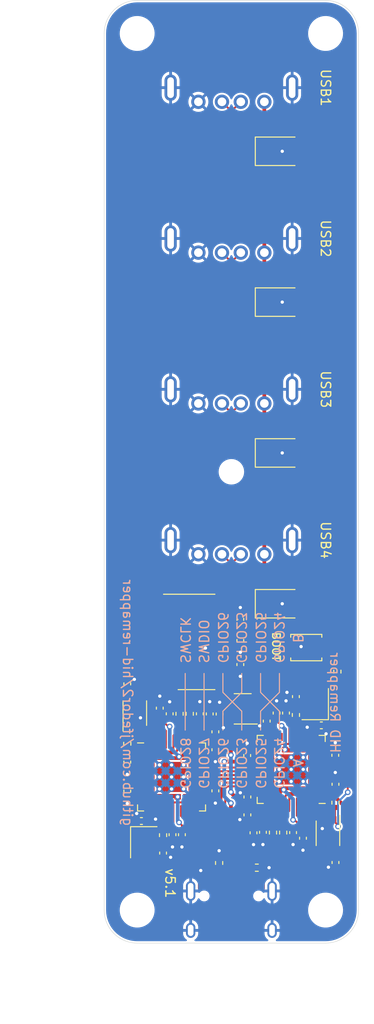
<source format=kicad_pcb>
(kicad_pcb (version 20221018) (generator pcbnew)
  (layers (0 "F.Cu" signal) (31 "B.Cu" signal) (34 "B.Paste" user) (35 "F.Paste" user) (36 "B.SilkS" user "B.Silkscreen") (37 "F.SilkS" user "F.Silkscreen") (38 "B.Mask" user) (39 "F.Mask" user) (44 "Edge.Cuts" user))
  (net 0 "")
  (net 1 "GND")
  (net 2 "+5V")
  (net 3 "D-")
  (net 4 "D+")
  (net 5 "+3V3")
  (net 6 "+1V1")
  (net 7 "Net-(U1-VDD33)")
  (net 8 "Net-(U1-VDD18)")
  (net 9 "XIN")
  (net 10 "XOUT")
  (net 11 "QSPI_SS")
  (net 12 "QSPI_SD3")
  (net 13 "QSPI_SCLK")
  (net 14 "QSPI_SD0")
  (net 15 "QSPI_SD2")
  (net 16 "QSPI_SD1")
  (net 17 "Net-(C19-Pad1)")
  (net 18 "Net-(U3-USB_DP)")
  (net 19 "Net-(U3-USB_DM)")
  (net 20 "GPIO0")
  (net 21 "GPIO1")
  (net 22 "Net-(USB101-CC2)")
  (net 23 "Net-(USB101-CC1)")
  (net 24 "Net-(U103-USB_DP)")
  (net 25 "Net-(U103-USB_DM)")
  (net 26 "DM4")
  (net 27 "DP4")
  (net 28 "DM3")
  (net 29 "DP3")
  (net 30 "DM2")
  (net 31 "DP2")
  (net 32 "SWCLK")
  (net 33 "SWD")
  (net 34 "DM1")
  (net 35 "DP1")
  (net 36 "1XIN")
  (net 37 "Net-(C119-Pad1)")
  (net 38 "1D+")
  (net 40 "1D-")
  (net 42 "1QSPI_SS")
  (net 43 "Net-(R106-Pad2)")
  (net 44 "1XOUT")
  (net 45 "GPIO4")
  (net 46 "GPIO5")
  (net 49 "1GPIO0")
  (net 50 "1GPIO1")
  (net 67 "RTS1CTS")
  (net 70 "CTS1RTS")
  (net 72 "1QSPI_SD3")
  (net 73 "1QSPI_SCLK")
  (net 74 "1QSPI_SD0")
  (net 75 "1QSPI_SD2")
  (net 76 "1QSPI_SD1")
  (net 79 "1GPIO4")
  (net 80 "1GPIO5")
  (net 88 "TX1RX")
  (net 89 "RX1TX")
  (net 95 "+1V2")
  (footprint "Capacitor_SMD:C_0402_1005Metric" (layer "F.Cu") (at 132.45 103.05)
    (fp_text reference "C18" hide)
    (fp_text value "15p")
  )
  (footprint "Capacitor_SMD:C_0402_1005Metric" (layer "F.Cu") (at 130.95 88.5 90)
    (fp_text reference "C17" hide)
    (fp_text value "100n")
  )
  (footprint "Capacitor_SMD:C_0402_1005Metric" (layer "F.Cu") (at 136.75 104.5 -90)
    (fp_text reference "C2" hide)
    (fp_text value "100n")
  )
  (footprint "Capacitor_SMD:C_0402_1005Metric" (layer "F.Cu") (at 140.3 95.4875 -90)
    (fp_text reference "C8" hide)
    (fp_text value "100n")
  )
  (footprint "Resistor_SMD:R_0402_1005Metric" (layer "F.Cu") (at 130.95 94.85 90)
    (fp_text reference "R5" hide)
    (fp_text value "10k")
  )
  (footprint "RP2040:RP2040-QFN-56" (layer "F.Cu") (at 135.65 98.375)
    (fp_text reference "U3" hide)
    (fp_text value "RP2040")
  )
  (footprint "Crystal:Crystal_SMD_2520-4Pin_2.5x2.0mm" (layer "F.Cu") (at 132.7 105.3 -90)
    (fp_text reference "Y1" hide)
    (fp_text value "Crystal_GND24")
  )
  (footprint "Capacitor_SMD:C_0402_1005Metric" (layer "F.Cu") (at 134.75 106.45 -90)
    (fp_text reference "C19" hide)
    (fp_text value "15p")
  )
  (footprint "Capacitor_SMD:C_0402_1005Metric" (layer "F.Cu") (at 130.95 99.875 -90)
    (fp_text reference "C6" hide)
    (fp_text value "100n")
  )
  (footprint "Capacitor_SMD:C_0402_1005Metric" (layer "F.Cu") (at 140.3 99.85 -90)
    (fp_text reference "C5" hide)
    (fp_text value "100n")
  )
  (footprint "Resistor_SMD:R_0402_1005Metric" (layer "F.Cu") (at 134.75 104.55 90)
    (fp_text reference "R7" hide)
    (fp_text value "1k")
  )
  (footprint "Capacitor_SMD:C_0402_1005Metric" (layer "F.Cu") (at 135.75 104.5 -90)
    (fp_text reference "C7" hide)
    (fp_text value "100n")
  )
  (footprint "Capacitor_SMD:C_0402_1005Metric" (layer "F.Cu") (at 130.95 96.8 -90)
    (fp_text reference "C4" hide)
    (fp_text value "100n")
  )
  (footprint "Capacitor_SMD:C_0402_1005Metric" (layer "F.Cu") (at 139.7 91.6875 90)
    (fp_text reference "C10" hide)
    (fp_text value "1u")
  )
  (footprint "Resistor_SMD:R_0402_1005Metric" (layer "F.Cu") (at 137.58 91.675 -90)
    (fp_text reference "R4" hide)
    (fp_text value "27")
  )
  (footprint "Capacitor_SMD:C_0402_1005Metric" (layer "F.Cu") (at 134.4 91.075 90)
    (fp_text reference "C1" hide)
    (fp_text value "100n")
  )
  (footprint "Resistor_SMD:R_0402_1005Metric" (layer "F.Cu") (at 136.5 91.675 -90)
    (fp_text reference "R3" hide)
    (fp_text value "27")
  )
  (footprint "Capacitor_SMD:C_0402_1005Metric" (layer "F.Cu") (at 135.45 91.675 90)
    (fp_text reference "C3" hide)
    (fp_text value "100n")
  )
  (footprint "SOT:SOT-23-5" (layer "F.Cu") (at 143.2 91.15)
    (fp_text reference "U4" hide)
    (fp_text value "TLV73333PDBV")
  )
  (footprint "Capacitor_SMD:C_0402_1005Metric" (layer "F.Cu") (at 140.75 91.7 90)
    (fp_text reference "C16" hide)
    (fp_text value "1u")
  )
  (footprint "Capacitor_SMD:C_0402_1005Metric" (layer "F.Cu") (at 145.75 92.45 -90)
    (fp_text reference "C15" hide)
    (fp_text value "1u")
  )
  (footprint "MountingHole:MountingHole_3.2mm_M3" (layer "F.Cu") (at 132 19.5)
    (fp_text reference "H1" hide)
    (fp_text value "MountingHole")
  )
  (footprint "Capacitor_SMD:C_0402_1005Metric" (layer "F.Cu") (at 138.65 91.675 90)
    (fp_text reference "C13" hide)
    (fp_text value "1u")
  )
  (footprint "Capacitor_SMD:C_0402_1005Metric" (layer "F.Cu") (at 140.3 93.5875 90)
    (fp_text reference "C9" hide)
    (fp_text value "100n")
  )
  (footprint "USON:8-USON" (layer "F.Cu") (at 131.75 91.6)
    (fp_text reference "U5" hide)
    (fp_text value "W25Q128JVS")
  )
  (footprint "MountingHole:MountingHole_3.2mm_M3" (layer "F.Cu") (at 132 112.5)
    (fp_text reference "H2" hide)
    (fp_text value "MountingHole")
  )
  (footprint "Resistor_SMD:R_0402_1005Metric" (layer "F.Cu") (at 153.25 87.2 90)
    (fp_text reference "R106" hide)
    (fp_text value "1k")
  )
  (footprint "MountingHole:MountingHole_3.2mm_M3" (layer "F.Cu") (at 152 112.5)
    (fp_text reference "H3" hide)
    (fp_text value "MountingHole")
  )
  (footprint "Capacitor_SMD:C_0402_1005Metric" (layer "F.Cu") (at 142.95 81.65 90)
    (fp_text reference "C206" hide)
    (fp_text value "10u")
  )
  (footprint "Capacitor_Tantalum_SMD:CP_EIA-3528-21_Kemet-B" (layer "F.Cu") (at 147 64)
    (fp_text reference "C203" hide)
    (fp_text value "100u")
  )
  (footprint "Capacitor_SMD:C_0402_1005Metric" (layer "F.Cu") (at 151.55 92.9 180)
    (fp_text reference "C118" hide)
    (fp_text value "15p")
  )
  (footprint "Capacitor_SMD:C_0402_1005Metric" (layer "F.Cu") (at 145.35 104.245 -90)
    (fp_text reference "C113" hide)
    (fp_text value "1u")
  )
  (footprint "Capacitor_Tantalum_SMD:CP_EIA-3528-21_Kemet-B" (layer "F.Cu") (at 147 32)
    (fp_text reference "C201" hide)
    (fp_text value "100u")
  )
  (footprint "Capacitor_SMD:C_0402_1005Metric" (layer "F.Cu") (at 149.6 104.875 -90)
    (fp_text reference "C101" hide)
    (fp_text value "100n")
  )
  (footprint "Capacitor_SMD:C_0402_1005Metric" (layer "F.Cu") (at 148.85 89.85 90)
    (fp_text reference "C119" hide)
    (fp_text value "15p")
  )
  (footprint "Resistor_SMD:R_0402_1005Metric" (layer "F.Cu") (at 146.42 104.275 90)
    (fp_text reference "R104" hide)
    (fp_text value "27")
  )
  (footprint "Capacitor_SMD:C_0402_1005Metric" (layer "F.Cu") (at 153.05 99.15 90)
    (fp_text reference "C104" hide)
    (fp_text value "100n")
  )
  (footprint "Capacitor_SMD:C_0402_1005Metric" (layer "F.Cu") (at 153.05 107.45 -90)
    (fp_text reference "C117" hide)
    (fp_text value "100n")
  )
  (footprint "Capacitor_Tantalum_SMD:CP_EIA-3528-21_Kemet-B" (layer "F.Cu") (at 147 48)
    (fp_text reference "C202" hide)
    (fp_text value "100u")
  )
  (footprint "SL2.1A:SOP-16_3.9x9.9mm_P1.27mm" (layer "F.Cu") (at 138.3 84.05 -90)
    (fp_text reference "U1" hide)
    (fp_text value "SL2.1A")
  )
  (footprint "Resistor_SMD:R_0402_1005Metric" (layer "F.Cu") (at 140.7 107.5 90)
    (fp_text reference "R102" hide)
    (fp_text value "5.1k")
  )
  (footprint "Capacitor_SMD:C_0402_1005Metric" (layer "F.Cu") (at 143.68 96.1 90)
    (fp_text reference "C105" hide)
    (fp_text value "100n")
  )
  (footprint "Capacitor_SMD:C_0402_1005Metric" (layer "F.Cu") (at 142.95 83.9 -90)
    (fp_text reference "C205" hide)
    (fp_text value "10u")
  )
  (footprint "Type-A:C2689978" (layer "F.Cu") (at 142 74 90)
    (fp_text reference "USB4")
    (fp_text value "USB_A")
  )
  (footprint "Type-C:HRO-TYPE-C-31-M-12-Assembly" (layer "F.Cu") (at 142 112.216)
    (fp_text reference "USB101" hide)
    (fp_text value "HRO-TYPE-C-31-M-12" hide)
  )
  (footprint "Capacitor_SMD:C_0402_1005Metric" (layer "F.Cu") (at 143.7 102.4 -90)
    (fp_text reference "C109" hide)
    (fp_text value "100n")
  )
  (footprint "Capacitor_SMD:C_0402_1005Metric" (layer "F.Cu") (at 142.95 86.45 -90)
    (fp_text reference "C207" hide)
    (fp_text value "10u")
  )
  (footprint "Capacitor_SMD:C_0402_1005Metric" (layer "F.Cu") (at 147.8 91.595 90)
    (fp_text reference "C107" hide)
    (fp_text value "100n")
  )
  (footprint "Capacitor_SMD:C_0402_1005Metric" (layer "F.Cu") (at 148.55 104.275 -90)
    (fp_text reference "C103" hide)
    (fp_text value "100n")
  )
  (footprint "Resistor_SMD:R_0402_1005Metric" (layer "F.Cu") (at 148.85 91.8 -90)
    (fp_text reference "R107" hide)
    (fp_text value "1k")
  )
  (footprint "Type-A:C2689978" (layer "F.Cu") (at 142 58 90)
    (fp_text reference "USB3")
    (fp_text value "USB_A")
  )
  (footprint "MountingHole:MountingHole_3.2mm_M3" (layer "F.Cu") (at 152 19.5)
    (fp_text reference "H4" hide)
    (fp_text value "MountingHole")
  )
  (footprint "Capacitor_Tantalum_SMD:CP_EIA-3528-21_Kemet-B" (layer "F.Cu") (at 147 80)
    (fp_text reference "C204" hide)
    (fp_text value "100u")
  )
  (footprint "Resistor_SMD:R_0402_1005Metric" (layer "F.Cu") (at 144.7 108)
    (fp_text reference "R101" hide)
    (fp_text value "5.1k")
  )
  (footprint "USON:8-USON" (layer "F.Cu") (at 152.25 104.35 180)
    (fp_text reference "U105" hide)
    (fp_text value "W25Q128JVS")
  )
  (footprint "Type-A:C2689978" (layer "F.Cu") (at 142 26 90)
    (fp_text reference "USB1")
    (fp_text value "USB_A")
  )
  (footprint "Capacitor_SMD:C_0402_1005Metric" (layer "F.Cu") (at 144.35 104.3 -90)
    (fp_text reference "C110" hide)
    (fp_text value "1u")
  )
  (footprint "Capacitor_SMD:C_0402_1005Metric" (layer "F.Cu") (at 153.03 96.075 90)
    (fp_text reference "C106" hide)
    (fp_text value "100n")
  )
  (footprint "Type-A:C2689978" (layer "F.Cu") (at 142 42 90)
    (fp_text reference "USB2")
    (fp_text value "USB_A")
  )
  (footprint "Capacitor_SMD:C_0402_1005Metric" (layer "F.Cu") (at 146.8 91.595 90)
    (fp_text reference "C102" hide)
    (fp_text value "100n")
  )
  (footprint "RP2040:RP2040-QFN-56" (layer "F.Cu") (at 148.35 97.575 180)
    (fp_text reference "U103" hide)
    (fp_text value "RP2040")
  )
  (footprint "Resistor_SMD:R_0402_1005Metric" (layer "F.Cu") (at 147.5 104.275 90)
    (fp_text reference "R103" hide)
    (fp_text value "27")
  )
  (footprint "Resistor_SMD:R_0402_1005Metric" (layer "F.Cu") (at 153.05 101.1 -90)
    (fp_text reference "R105" hide)
    (fp_text value "10k")
  )
  (footprint "MountingHole:MountingHole_2.2mm_M2" (layer "F.Cu") (at 142 66)
    (fp_text reference "H5" hide)
    (fp_text value "MountingHole")
  )
  (footprint "Crystal:Crystal_SMD_2520-4Pin_2.5x2.0mm" (layer "F.Cu") (at 150.9 90.65 90)
    (fp_text reference "Y101" hide)
    (fp_text value "Crystal_GND24")
  )
  (footprint "Button_Switch_SMD:SW_SPST_B3U-1000P" (layer "F.Cu") (at 149.95 84.65)
    (fp_text reference "SW102" hide)
    (fp_text value "SW_Push")
  )
  (footprint "Capacitor_SMD:C_0402_1005Metric" (layer "F.Cu") (at 143.7 100.5 90)
    (fp_text reference "C108" hide)
    (fp_text value "100n")
  )
  (gr_line (start 141.1 87.4) (end 141.1 89.4) (stroke (width 0.12)) (layer "B.SilkS"))
  (gr_line (start 145.1 89.4) (end 147.1 91.4) (stroke (width 0.12)) (layer "B.SilkS"))
  (gr_line (start 137.1 87.4) (end 137.1 93.4) (stroke (width 0.12)) (layer "B.SilkS"))
  (gr_line (start 147.1 91.4) (end 147.1 93.4) (stroke (width 0.12)) (layer "B.SilkS"))
  (gr_line (start 143.1 89.4) (end 141.1 91.4) (stroke (width 0.12)) (layer "B.SilkS"))
  (gr_line (start 147.1 87.4) (end 147.1 89.4) (stroke (width 0.12)) (layer "B.SilkS"))
  (gr_line (start 141.1 89.4) (end 143.1 91.4) (stroke (width 0.12)) (layer "B.SilkS"))
  (gr_line (start 147.1 89.4) (end 145.1 91.4) (stroke (width 0.12)) (layer "B.SilkS"))
  (gr_line (start 143.1 91.4) (end 143.1 93.4) (stroke (width 0.12)) (layer "B.SilkS"))
  (gr_line (start 141.1 91.4) (end 141.1 93.4) (stroke (width 0.12)) (layer "B.SilkS"))
  (gr_line (start 139.1 87.4) (end 139.1 93.4) (stroke (width 0.12)) (layer "B.SilkS"))
  (gr_line (start 143.1 87.4) (end 143.1 89.4) (stroke (width 0.12)) (layer "B.SilkS"))
  (gr_line (start 145.1 87.4) (end 145.1 89.4) (stroke (width 0.12)) (layer "B.SilkS"))
  (gr_line (start 145.1 91.4) (end 145.1 93.4) (stroke (width 0.12)) (layer "B.SilkS"))
  (gr_line (start 152 16) (end 132 16) (stroke (width 0.05)) (layer "Edge.Cuts"))
  (gr_line (start 155.5 112.5) (end 155.5 19.5) (stroke (width 0.05)) (layer "Edge.Cuts"))
  (gr_arc (start 155.5 112.5) (mid 154.474874 114.974874) (end 152 116) (stroke (width 0.05)) (layer "Edge.Cuts"))
  (gr_arc (start 152 16) (mid 154.474874 17.025126) (end 155.5 19.5) (stroke (width 0.05)) (layer "Edge.Cuts"))
  (gr_arc (start 128.5 19.5) (mid 129.525126 17.025126) (end 132 16) (stroke (width 0.05)) (layer "Edge.Cuts"))
  (gr_arc (start 132 116) (mid 129.525126 114.974874) (end 128.5 112.5) (stroke (width 0.05)) (layer "Edge.Cuts"))
  (gr_line (start 132 116) (end 152 116) (stroke (width 0.05)) (layer "Edge.Cuts"))
  (gr_line (start 128.5 19.5) (end 128.5 112.5) (stroke (width 0.05)) (layer "Edge.Cuts"))
  (gr_text "GPIO25" (at 145.1 86.4 -90) (layer "B.SilkS") (effects (font (size 1 1)) (justify left mirror)))
  (gr_text "SWCLK" (at 137.1 86.4 -90) (layer "B.SilkS") (effects (font (size 1 1)) (justify left mirror)))
  (gr_text "GPIO28" (at 137.1 94.1 -90) (layer "B.SilkS") (effects (font (size 1 1)) (justify right mirror)))
  (gr_text "GPIO24" (at 147.05 86.4 -90) (layer "B.SilkS") (effects (font (size 1 1)) (justify left mirror)))
  (gr_text "GPIO23" (at 143.05 86.4 -90) (layer "B.SilkS") (effects (font (size 1 1)) (justify left mirror)))
  (gr_text "GPIO25" (at 145.1 94.1 -90) (layer "B.SilkS") (effects (font (size 1 1)) (justify right mirror)))
  (gr_text "GPIO26" (at 141.1 94.1 -90) (layer "B.SilkS") (effects (font (size 1 1)) (justify right mirror)))
  (gr_text "B" (at 149.05 83.65 -90) (layer "B.SilkS") (effects (font (size 1 1)) (justify mirror)))
  (gr_text "HID Remapper" (at 153 90.5 270) (layer "B.SilkS") (effects (font (size 1 1)) (justify mirror)))
  (gr_text "A" (at 149.05 96.9 -90) (layer "B.SilkS") (effects (font (size 1 1)) (justify mirror)))
  (gr_text "SWDIO" (at 139.05 86.4 -90) (layer "B.SilkS") (effects (font (size 1 1)) (justify left mirror)))
  (gr_text "github.com/jfedor2/hid-remapper" (at 131 90.5 270) (layer "B.SilkS") (effects (font (size 1 1)) (justify mirror)))
  (gr_text "GPIO27" (at 139.05 94.1 -90) (layer "B.SilkS") (effects (font (size 1 1)) (justify right mirror)))
  (gr_text "GPIO23" (at 143.05 94.1 -90) (layer "B.SilkS") (effects (font (size 1 1)) (justify right mirror)))
  (gr_text "GPIO26" (at 141.1 86.4 -90) (layer "B.SilkS") (effects (font (size 1 1)) (justify left mirror)))
  (gr_text "GPIO24" (at 147.05 94.1 -90) (layer "B.SilkS") (effects (font (size 1 1)) (justify right mirror)))
  (gr_text "v5.1" (at 135.5 109.65 270) (layer "F.SilkS") (effects (font (size 1 1))))
  (gr_text "BOOT" (at 146.75 84.55 -90) (layer "F.SilkS") (effects (font (size 0.8 0.8))))
  (segment (start 148.85 89.37) (end 147.93 89.37) (width 0.4) (layer "F.Cu") (net 1))
  (segment (start 132.5 93.025) (end 132.5 92.25) (width 0.2) (layer "F.Cu") (net 1))
  (segment (start 132.600978 107.25) (end 134.43 107.25) (width 0.4) (layer "F.Cu") (net 1))
  (segment (start 134.75 106.93) (end 135.52 106.93) (width 0.4) (layer "F.Cu") (net 1))
  (segment (start 132.35 91.6) (end 132.35 92.1) (width 0.2) (layer "F.Cu") (net 1))
  (segment (start 140.8 84.685) (end 139.265 84.685) (width 0.4) (layer "F.Cu") (net 1))
  (segment (start 131.7 88.02) (end 130.95 88.02) (width 0.4) (layer "F.Cu") (net 1))
  (segment (start 134.65 102.344295) (end 134.65 101.8125) (width 0.2) (layer "F.Cu") (net 1))
  (segment (start 151.6 89.25) (end 151.05 88.7) (width 0.4) (layer "F.Cu") (net 1))
  (segment (start 132.5 92.25) (end 132.35 92.1) (width 0.2) (layer "F.Cu") (net 1))
  (segment (start 134.4 90.595) (end 134.4 89.8) (width 0.4) (layer "F.Cu") (net 1))
  (segment (start 141.1075 93.1075) (end 140.3 93.1075) (width 0.4) (layer "F.Cu") (net 1))
  (segment (start 143.674993 95.614993) (end 143.68 95.62) (width 0.4) (layer "F.Cu") (net 1))
  (segment (start 144.3 91.15) (end 144.25 91.2) (width 0.4) (layer "F.Cu") (net 1))
  (segment (start 149.855705 93.1) (end 149.35 93.605705) (width 0.2) (layer "F.Cu") (net 1))
  (segment (start 131.05 105.7) (end 131.525 106.175) (width 0.4) (layer "F.Cu") (net 1))
  (segment (start 152.55 92.38) (end 152.03 92.9) (width 0.4) (layer "F.Cu") (net 1))
  (segment (start 145.25 109.555) (end 145.25 108.04) (width 0.4) (layer "F.Cu") (net 1))
  (segment (start 145.25 108.04) (end 145.21 108) (width 0.4) (layer "F.Cu") (net 1))
  (segment (start 131.97 102.27) (end 131.95 102.25) (width 0.4) (layer "F.Cu") (net 1))
  (segment (start 143.68 102.9) (end 143.7 102.88) (width 0.4) (layer "F.Cu") (net 1))
  (segment (start 131.525 106.175) (end 132 106.175) (width 0.4) (layer "F.Cu") (net 1))
  (segment (start 151.6 89.950489) (end 150.2 91.350489) (width 0.2) (layer "F.Cu") (net 1))
  (segment (start 145.35 104.725) (end 145.35 105.545) (width 0.4) (layer "F.Cu") (net 1))
  (segment (start 150.05 93.1) (end 149.855705 93.1) (width 0.2) (layer "F.Cu") (net 1))
  (segment (start 151.875 89.775) (end 152.55 90.45) (width 0.4) (layer "F.Cu") (net 1))
  (segment (start 148.5375 80) (end 147.4 80) (width 0.4) (layer "F.Cu") (net 1))
  (segment (start 145.21 108) (end 146 108) (width 0.4) (layer "F.Cu") (net 1))
  (segment (start 152.03 93.78) (end 152.05 93.8) (width 0.4) (layer "F.Cu") (net 1))
  (segment (start 148.25 84.65) (end 148.355 84.545) (width 0.4) (layer "F.Cu") (net 1))
  (segment (start 152.03 92.9) (end 152.03 93.78) (width 0.4) (layer "F.Cu") (net 1))
  (segment (start 145 92.95) (end 145.02 92.93) (width 0.4) (layer "F.Cu") (net 1))
  (segment (start 153.03 97.9) (end 153.03 98.865) (width 0.4) (layer "F.Cu") (net 1))
  (segment (start 142.95 87.7) (end 142.95 86.93) (width 0.2) (layer "F.Cu") (net 1))
  (segment (start 151.5 102.925) (end 151.5 103.7) (width 0.2) (layer "F.Cu") (net 1))
  (segment (start 146.8 90.3) (end 146.8 91.115) (width 0.4) (layer "F.Cu") (net 1))
  (segment (start 149.35 93.605705) (end 149.35 94.1375) (width 0.2) (layer "F.Cu") (net 1))
  (segment (start 132 106.649022) (end 132.600978 107.25) (width 0.4) (layer "F.Cu") (net 1))
  (segment (start 143.674993 94.8) (end 143.674993 95.614993) (width 0.4) (layer "F.Cu") (net 1))
  (segment (start 130.95 101.1875) (end 130.95 100.355) (width 0.4) (layer "F.Cu") (net 1))
  (segment (start 142.9 102.9) (end 143.68 102.9) (width 0.4) (layer "F.Cu") (net 1))
  (segment (start 142.95 81.17) (end 142.95 80.4) (width 0.2) (layer "F.Cu") (net 1))
  (segment (start 150.2 91.350489) (end 150.2 91.525) (width 0.2) (layer "F.Cu") (net 1))
  (segment (start 149.6 105.355) (end 149.6 106.145) (width 0.4) (layer "F.Cu") (net 1))
  (segment (start 135.52 106.93) (end 135.55 106.9) (width 0.4) (layer "F.Cu") (net 1))
  (segment (start 145.02 92.93) (end 145.75 92.93) (width 0.4) (layer "F.Cu") (net 1))
  (segment (start 147.93 89.37) (end 147.9 89.4) (width 0.4) (layer "F.Cu") (net 1))
  (segment (start 151.6 89.775) (end 151.6 89.950489) (width 0.2) (layer "F.Cu") (net 1))
  (segment (start 131.97 103.05) (end 131.97 102.27) (width 0.4) (layer "F.Cu") (net 1))
  (segment (start 133.95 102.85) (end 134.144295 102.85) (width 0.2) (layer "F.Cu") (net 1))
  (segment (start 139.7 91.2075) (end 139.7 90.3875) (width 0.4) (layer "F.Cu") (net 1))
  (segment (start 136.75 105.8) (end 136.75 104.98) (width 0.4) (layer "F.Cu") (net 1))
  (segment (start 135.75 105.8) (end 135.75 104.98) (width 0.4) (layer "F.Cu") (net 1))
  (segment (start 133.4 104.549511) (end 133.4 104.425) (width 0.2) (layer "F.Cu") (net 1))
  (segment (start 148.55 104.755) (end 148.55 105.545) (width 0.4) (layer "F.Cu") (net 1))
  (segment (start 138.65 91.195) (end 138.65 90.3875) (width 0.4) (layer "F.Cu") (net 1))
  (segment (start 134.43 107.25) (end 134.75 106.93) (width 0.4) (layer "F.Cu") (net 1))
  (segment (start 149.52 88.7) (end 148.85 89.37) (width 0.4) (layer "F.Cu") (net 1))
  (segment (start 132 106.175) (end 132 105.949511) (width 0.2) (layer "F.Cu") (net 1))
  (segment (start 147.4 32) (end 148.5375 32) (width 0.4) (layer "F.Cu") (net 1))
  (segment (start 131.05 103.45) (end 131.05 105.7) (width 0.4) (layer "F.Cu") (net 1))
  (segment (start 153.03 94.745) (end 153.03 95.595) (width 0.4) (layer "F.Cu") (net 1))
  (segment (start 152.55 90.45) (end 152.55 92.38) (width 0.4) (layer "F.Cu") (net 1))
  (segment (start 153.05 107.93) (end 152.32 107.93) (width 0.4) (layer "F.Cu") (net 1))
  (segment (start 140.7 106.2) (end 140.7 106.99) (width 0.4) (layer "F.Cu") (net 1))
  (segment (start 151.6 89.775) (end 151.875 89.775) (width 0.4) (layer "F.Cu") (net 1))
  (segment (start 151.5 103.7) (end 151.65 103.85) (width 0.2) (layer "F.Cu") (net 1))
  (segment (start 140.3 101.15) (end 140.3 100.33) (width 0.4) (layer "F.Cu") (net 1))
  (segment (start 144.25 91.2) (end 140.77 91.2) (width 0.4) (layer "F.Cu") (net 1))
  (segment (start 140.3 96.75) (end 140.3 95.9675) (width 0.4) (layer "F.Cu") (net 1))
  (segment (start 131.45 103.05) (end 131.05 103.45) (width 0.4) (layer "F.Cu") (net 1))
  (segment (start 143.7 100.02) (end 142.98 100.02) (width 0.4) (layer "F.Cu") (net 1))
  (segment (start 148.5375 48) (end 147.4 48) (width 0.4) (layer "F.Cu") (net 1))
  (segment (start 135.45 91.195) (end 135.45 90.4) (width 0.4) (layer "F.Cu") (net 1))
  (segment (start 132 105.949511) (end 133.4 104.549511) (width 0.2) (layer "F.Cu") (net 1))
  (segment (start 134.144295 102.85) (end 134.65 102.344295) (width 0.2) (layer "F.Cu") (net 1))
  (segment (start 147.8 90.3) (end 147.8 91.115) (width 0.4) (layer "F.Cu") (net 1))
  (segment (start 144.35 105.55) (end 144.35 104.78) (width 0.4) (layer "F.Cu") (net 1))
  (segment (start 148.5375 64) (end 147.4 64) (width 0.4) (layer "F.Cu") (net 1))
  (segment (start 152.32 107.93) (end 152.3 107.95) (width 0.4) (layer "F.Cu") (net 1))
  (segment (start 142.98 100.02) (end 142.95 100.05) (width 0.4) (layer "F.Cu") (net 1))
  (segment (start 130.95 98.1) (end 130.95 97.28) (width 0.4) (layer "F.Cu") (net 1))
  (segment (start 139.265 84.685) (end 139.25 84.7) (width 0.4) (layer "F.Cu") (net 1))
  (segment (start 151.65 104.35) (end 151.65 103.85) (width 0.2) (layer "F.Cu") (net 1))
  (segment (start 132 106.175) (end 132 106.649022) (width 0.4) (layer "F.Cu") (net 1))
  (segment (start 151.05 88.7) (end 149.52 88.7) (width 0.4) (layer "F.Cu") (net 1))
  (segment (start 148.355 84.545) (end 149.4 84.545) (width 0.4) (layer "F.Cu") (net 1))
  (segment (start 140.77 91.2) (end 140.75 91.22) (width 0.4) (layer "F.Cu") (net 1))
  (segment (start 142.95 85.15) (end 142.95 84.38) (width 0.2) (layer "F.Cu") (net 1))
  (segment (start 141.15 93.15) (end 141.1075 93.1075) (width 0.4) (layer "F.Cu") (net 1))
  (segment (start 138.75 109.555) (end 138.75 108.3) (width 0.4) (layer "F.Cu") (net 1))
  (segment (start 131.97 103.05) (end 131.45 103.05) (width 0.4) (layer "F.Cu") (net 1))
  (segment (start 151.6 89.775) (end 151.6 89.25) (width 0.4) (layer "F.Cu") (net 1))
  (segment (start 140.75 90.45) (end 140.75 91.22) (width 0.4) (layer "F.Cu") (net 1))
  (via (at 142.95 100.05) (size 0.6) (drill 0.35) (layers "F.Cu" "B.Cu") (net 1))
  (via (at 138.75 108.3) (size 0.6) (drill 0.35) (layers "F.Cu" "B.Cu") (net 1))
  (via (at 142.95 87.7) (size 0.6) (drill 0.35) (layers "F.Cu" "B.Cu") (net 1))
  (via (at 147.4 32) (size 0.6) (drill 0.35) (layers "F.Cu" "B.Cu") (net 1))
  (via (at 147.4 48) (size 0.6) (drill 0.35) (layers "F.Cu" "B.Cu") (net 1))
  (via (at 130.95 98.1) (size 0.6) (drill 0.35) (layers "F.Cu" "B.Cu") (net 1))
  (via (at 136.75 105.8) (size 0.6) (drill 0.35) (layers "F.Cu" "B.Cu") (net 1))
  (via (at 131.95 102.25) (size 0.6) (drill 0.35) (layers "F.Cu" "B.Cu") (net 1))
  (via (at 151.65 103.85) (size 0.6) (drill 0.35) (layers "F.Cu" "B.Cu") (net 1))
  (via (at 142.95 80.4) (size 0.6) (drill 0.35) (layers "F.Cu" "B.Cu") (net 1))
  (via (at 135.55 106.9) (size 0.6) (drill 0.35) (layers "F.Cu" "B.Cu") (net 1))
  (via (at 145 92.95) (size 0.6) (drill 0.35) (layers "F.Cu" "B.Cu") (net 1))
  (via (at 147.4 80) (size 0.6) (drill 0.35) (layers "F.Cu" "B.Cu") (net 1))
  (via (at 147.4 64) (size 0.6) (drill 0.35) (layers "F.Cu" "B.Cu") (net 1))
  (via (at 143.674993 94.8) (size 0.6) (drill 0.35) (layers "F.Cu" "B.Cu") (net 1))
  (via (at 148.55 105.545) (size 0.6) (drill 0.35) (layers "F.Cu" "B.Cu") (net 1))
  (via (at 139.25 84.7) (size 0.6) (drill 0.35) (layers "F.Cu" "B.Cu") (net 1))
  (via (at 133.95 102.85) (size 0.6) (drill 0.35) (layers "F.Cu" "B.Cu") (net 1))
  (via (at 131.7 88.02) (size 0.6) (drill 0.35) (layers "F.Cu" "B.Cu") (net 1))
  (via (at 147.9 89.4) (size 0.6) (drill 0.35) (layers "F.Cu" "B.Cu") (net 1))
  (via (at 146 108) (size 0.6) (drill 0.35) (layers "F.Cu" "B.Cu") (net 1))
  (via (at 140.7 106.2) (size 0.6) (drill 0.35) (layers "F.Cu" "B.Cu") (net 1))
  (via (at 141.15 93.15) (size 0.6) (drill 0.35) (layers "F.Cu" "B.Cu") (net 1))
  (via (at 134.4 89.8) (size 0.6) (drill 0.35) (layers "F.Cu" "B.Cu") (net 1))
  (via (at 149.4 84.545) (size 0.6) (drill 0.35) (layers "F.Cu" "B.Cu") (net 1))
  (via (at 150.05 93.1) (size 0.6) (drill 0.35) (layers "F.Cu" "B.Cu") (net 1))
  (via (at 132.35 92.1) (size 0.6) (drill 0.35) (layers "F.Cu" "B.Cu") (net 1))
  (via (at 152.3 107.95) (size 0.6) (drill 0.35) (layers "F.Cu" "B.Cu") (net 1))
  (via (at 142.95 85.15) (size 0.6) (drill 0.35) (layers "F.Cu" "B.Cu") (net 1))
  (via (at 139.7 90.3875) (size 0.6) (drill 0.35) (layers "F.Cu" "B.Cu") (net 1))
  (via (at 140.75 90.45) (size 0.6) (drill 0.35) (layers "F.Cu" "B.Cu") (net 1))
  (via (at 152.05 93.8) (size 0.6) (drill 0.35) (layers "F.Cu" "B.Cu") (net 1))
  (via (at 153.03 97.9) (size 0.6) (drill 0.35) (layers "F.Cu" "B.Cu") (net 1))
  (via (at 135.75 105.8) (size 0.6) (drill 0.35) (layers "F.Cu" "B.Cu") (net 1))
  (via (at 140.3 96.75) (size 0.6) (drill 0.35) (layers "F.Cu" "B.Cu") (net 1))
  (via (at 147.8 90.3) (size 0.6) (drill 0.35) (layers "F.Cu" "B.Cu") (net 1))
  (via (at 142.9 102.9) (size 0.6) (drill 0.35) (layers "F.Cu" "B.Cu") (net 1))
  (via (at 140.3 101.15) (size 0.6) (drill 0.35) (layers "F.Cu" "B.Cu") (net 1))
  (via (at 130.95 101.1875) (size 0.6) (drill 0.35) (layers "F.Cu" "B.Cu") (net 1))
  (via (at 138.65 90.3875) (size 0.6) (drill 0.35) (layers "F.Cu" "B.Cu") (net 1))
  (via (at 145.35 105.545) (size 0.6) (drill 0.35) (layers "F.Cu" "B.Cu") (net 1))
  (via (at 153.03 94.745) (size 0.6) (drill 0.35) (layers "F.Cu" "B.Cu") (net 1))
  (via (at 146.8 90.3) (size 0.6) (drill 0.35) (layers "F.Cu" "B.Cu") (net 1))
  (via (at 144.35 105.55) (size 0.6) (drill 0.35) (layers "F.Cu" "B.Cu") (net 1))
  (via (at 135.45 90.4) (size 0.6) (drill 0.35) (layers "F.Cu" "B.Cu") (net 1))
  (via (at 149.6 106.145) (size 0.6) (drill 0.35) (layers "F.Cu" "B.Cu") (net 1))
  (segment (start 145.75 90.72) (end 145.23 90.2) (width 0.4) (layer "F.Cu") (net 2))
  (segment (start 145.5 26.75) (end 145.5 31.9625) (width 0.4) (layer "F.Cu") (net 2))
  (segment (start 145.75 91.97) (end 145.72 92) (width 0.4) (layer "F.Cu") (net 2))
  (segment (start 145.5 58.75) (end 145.5 63.9625) (width 0.4) (layer "F.Cu") (net 2))
  (segment (start 139.85 110.6) (end 140.49952 111.24952) (width 0.4) (layer "F.Cu") (net 2))
  (segment (start 145.72 92) (end 144.4 92) (width 0.4) (layer "F.Cu") (net 2))
  (segment (start 145.5 31.9625) (end 145.4625 32) (width 0.4) (layer "F.Cu") (net 2))
  (segment (start 145.5 63.9625) (end 145.4625 64) (width 0.4) (layer "F.Cu") (net 2))
  (segment (start 139.55 110.3) (end 139.55 109.555) (width 0.4) (layer "F.Cu") (net 2))
  (segment (start 145.23 90.2) (end 144.3 90.2) (width 0.4) (layer "F.Cu") (net 2))
  (segment (start 142.85 93.4) (end 144.15 92.1) (width 0.4) (layer "F.Cu") (net 2))
  (segment (start 145.5 74.75) (end 145.5 79.9625) (width 0.4) (layer "F.Cu") (net 2))
  (segment (start 145.5 48.0375) (end 145.4625 48) (width 0.4) (layer "F.Cu") (net 2))
  (segment (start 145.5 58.75) (end 145.5 48.0375) (width 0.4) (layer "F.Cu") (net 2))
  (segment (start 139.85 110.6) (end 139.55 110.3) (width 0.4) (layer "F.Cu") (net 2))
  (segment (start 145.75 91.97) (end 145.75 90.72) (width 0.4) (layer "F.Cu") (net 2))
  (segment (start 140.805 85.95) (end 140.8 85.955) (width 0.4) (layer "F.Cu") (net 2))
  (segment (start 145.5 74.75) (end 145.5 64.0375) (width 0.4) (layer "F.Cu") (net 2))
  (segment (start 144.4 92) (end 144.3 92.1) (width 0.4) (layer "F.Cu") (net 2))
  (segment (start 142.93 85.95) (end 140.805 85.95) (width 0.4) (layer "F.Cu") (net 2))
  (segment (start 142.95 85.97) (end 142.93 85.95) (width 0.4) (layer "F.Cu") (net 2))
  (segment (start 144.3 85.97) (end 144.3 85.95) (width 0.4) (layer "F.Cu") (net 2))
  (segment (start 145.5 79.9625) (end 145.4625 80) (width 0.4) (layer "F.Cu") (net 2))
  (segment (start 144.3 90.2) (end 144.3 85.97) (width 0.4) (layer "F.Cu") (net 2))
  (segment (start 139.55 109.555) (end 139.55 105.45) (width 0.4) (layer "F.Cu") (net 2))
  (segment (start 144.3 85.95) (end 145.5 84.75) (width 0.4) (layer "F.Cu") (net 2))
  (segment (start 145.5 80.0375) (end 145.4625 80) (width 0.4) (layer "F.Cu") (net 2))
  (segment locked (start 143.499991 111.24952) (end 144.45 110.299511) (width 0.4) (layer "F.Cu") (net 2))
  (segment (start 141.95 101.1505) (end 141.95 103.05) (width 0.4) (layer "F.Cu") (net 2))
  (segment (start 141.95 103.05) (end 139.55 105.45) (width 0.4) (layer "F.Cu") (net 2))
  (segment (start 142.55 96.75) (end 142.85 96.45) (width 0.4) (layer "F.Cu") (net 2))
  (segment locked (start 144.45 110.299511) (end 144.45 109.555) (width 0.4) (layer "F.Cu") (net 2))
  (segment (start 145.5 84.75) (end 145.5 80.0375) (width 0.4) (layer "F.Cu") (net 2))
  (segment (start 145.5 64.0375) (end 145.4625 64) (width 0.4) (layer "F.Cu") (net 2))
  (segment (start 140.49952 111.24952) (end 143.499991 111.24952) (width 0.4) (layer "F.Cu") (net 2))
  (segment (start 145.5 32.0375) (end 145.4625 32) (width 0.4) (layer "F.Cu") (net 2))
  (segment (start 142.85 96.45) (end 142.85 93.4) (width 0.4) (layer "F.Cu") (net 2))
  (segment (start 145.5 42.75) (end 145.5 47.9625) (width 0.4) (layer "F.Cu") (net 2))
  (segment (start 144.3 85.97) (end 142.95 85.97) (width 0.4) (layer "F.Cu") (net 2))
  (segment (start 145.5 42.75) (end 145.5 32.0375) (width 0.4) (layer "F.Cu") (net 2))
  (segment (start 145.5 47.9625) (end 145.4625 48) (width 0.4) (layer "F.Cu") (net 2))
  (segment (start 144.15 92.1) (end 144.3 92.1) (width 0.4) (layer "F.Cu") (net 2))
  (segment (start 141.2505 96.75) (end 142.55 96.75) (width 0.4) (layer "F.Cu") (net 2))
  (segment (start 141.9495 101.15) (end 141.95 101.1505) (width 0.4) (layer "F.Cu") (net 2))
  (via (at 141.2505 96.75) (size 0.6) (drill 0.35) (layers "F.Cu" "B.Cu") (net 2))
  (via (at 141.9495 101.15) (size 0.6) (drill 0.35) (layers "F.Cu" "B.Cu") (net 2))
  (segment (start 141.9495 101.15) (end 141.249989 100.450489) (width 0.4) (layer "B.Cu") (net 2))
  (segment (start 141.249989 100.450489) (end 141.249989 96.750511) (width 0.4) (layer "B.Cu") (net 2))
  (segment (start 141.249989 96.750511) (end 141.2505 96.75) (width 0.4) (layer "B.Cu") (net 2))
  (segment (start 137.58 91.165) (end 137.25 90.835) (width 0.2) (layer "F.Cu") (net 3))
  (segment (start 137.25 90.835) (end 137.25 90.05) (width 0.2) (layer "F.Cu") (net 3))
  (segment (start 137.25 90.05) (end 138.805 88.495) (width 0.2) (layer "F.Cu") (net 3))
  (segment (start 138.805 88.495) (end 140.8 88.495) (width 0.2) (layer "F.Cu") (net 3))
  (segment (start 136.5 91.165) (end 136.85 90.815) (width 0.2) (layer "F.Cu") (net 4))
  (segment (start 136.85 89.884314) (end 139.509314 87.225) (width 0.2) (layer "F.Cu") (net 4))
  (segment (start 136.85 90.815) (end 136.85 89.884314) (width 0.2) (layer "F.Cu") (net 4))
  (segment (start 139.509314 87.225) (end 140.8 87.225) (width 0.2) (layer "F.Cu") (net 4))
  (segment (start 139.0875 99.375) (end 140.295 99.375) (width 0.2) (layer "F.Cu") (net 5))
  (segment (start 147.9 103.213004) (end 148.481996 103.795) (width 0.2) (layer "F.Cu") (net 5))
  (segment (start 137.85 94.9375) (end 137.85 94.325) (width 0.2) (layer "F.Cu") (net 5))
  (segment (start 148.481996 103.795) (end 148.55 103.795) (width 0.2) (layer "F.Cu") (net 5))
  (segment (start 141.8825 94.0675) (end 141.95 94) (width 0.4) (layer "F.Cu") (net 5))
  (segment (start 145.7 100.175) (end 145.75 100.225) (width 0.2) (layer "F.Cu") (net 5))
  (segment (start 140.295 99.375) (end 140.3 99.37) (width 0.2) (layer "F.Cu") (net 5))
  (segment (start 132.2125 95.775) (end 133 95.775) (width 0.2) (layer "F.Cu") (net 5))
  (segment (start 146.15 100.375) (end 145.95 100.175) (width 0.2) (layer "F.Cu") (net 5))
  (segment (start 130.2 89.35) (end 130.57 88.98) (width 0.4) (layer "F.Cu") (net 5))
  (segment (start 143.7 100.98) (end 143.73 100.95) (width 0.4) (layer "F.Cu") (net 5))
  (segment (start 130.95 95.36) (end 130.86 95.36) (width 0.4) (layer "F.Cu") (net 5))
  (segment (start 153.106604 100.59) (end 154.05 101.533396) (width 0.4) (layer "F.Cu") (net 5))
  (segment (start 139.7 92.35) (end 139.0875 92.9625) (width 0.4) (layer "F.Cu") (net 5))
  (segment (start 148.15 101.0125) (end 148.15 100.275) (width 0.2) (layer "F.Cu") (net 5))
  (segment (start 154 105.8) (end 153.075 105.8) (width 0.4) (layer "F.Cu") (net 5))
  (segment (start 137.85 94.9375) (end 137.85 95.575) (width 0.2) (layer "F.Cu") (net 5))
  (segment (start 136.25 94.9375) (end 136.25 93.875) (width 0.2) (layer "F.Cu") (net 5))
  (segment (start 130.2 90.15) (end 130.2 89.35) (width 0.4) (layer "F.Cu") (net 5))
  (segment (start 138.3575 95.0075) (end 138.35 95) (width 0.4) (layer "F.Cu") (net 5))
  (segment (start 132.75 99.375) (end 132.9 99.375) (width 0.2) (layer "F.Cu") (net 5))
  (segment (start 151.7875 100.175) (end 151 100.175) (width 0.2) (layer "F.Cu") (net 5))
  (segment (start 142.1 92.1) (end 141.95 92.25) (width 0.4) (layer "F.Cu") (net 5))
  (segment (start 137.85 94.325) (end 138.05 94.125) (width 0.2) (layer "F.Cu") (net 5))
  (segment (start 138.05 94.1) (end 138.0825 94.0675) (width 0.4) (layer "F.Cu") (net 5))
  (segment (start 154.05 101.533396) (end 154.05 105.75) (width 0.4) (layer "F.Cu") (net 5))
  (segment (start 148.15 94.1375) (end 148.15 92.9) (width 0.2) (layer "F.Cu") (net 5))
  (segment (start 141.95 92.25) (end 141.95 94) (width 0.4) (layer "F.Cu") (net 5))
  (segment (start 131.89751 95.36) (end 130.95 95.36) (width 0.4) (layer "F.Cu") (net 5))
  (segment (start 135.518004 92.155) (end 135.45 92.155) (width 0.2) (layer "F.Cu") (net 5))
  (segment (start 141.95 94) (end 141.95 96.0505) (width 0.4) (layer "F.Cu") (net 5))
  (segment (start 154.05 105.75) (end 154 105.8) (width 0.4) (layer "F.Cu") (net 5))
  (segment (start 132.2125 99.375) (end 132.75 99.375) (width 0.2) (layer "F.Cu") (net 5))
  (segment (start 153.58 106.97) (end 153.05 106.97) (width 0.4) (layer "F.Cu") (net 5))
  (segment (start 153.01 96.575) (end 153.03 96.555) (width 0.2) (layer "F.Cu") (net 5))
  (segment (start 143.7 100.98) (end 143.7 101.92) (width 0.4) (layer "F.Cu") (net 5))
  (segment (start 144.9125 96.575) (end 145.8 96.575) (width 0.2) (layer "F.Cu") (net 5))
  (segment (start 144.9125 100.175) (end 145.7 100.175) (width 0.2) (layer "F.Cu") (net 5))
  (segment (start 135.85 101.8125) (end 135.85 101.075) (width 0.2) (layer "F.Cu") (net 5))
  (segment (start 136.25 93.875) (end 136.1 93.725) (width 0.2) (layer "F.Cu") (net 5))
  (segment (start 145.95 101.8) (end 145.83 101.92) (width 0.4) (layer "F.Cu") (net 5))
  (segment (start 143.685 96.575) (end 143.68 96.58) (width 0.2) (layer "F.Cu") (net 5))
  (segment (start 152.09 100.59) (end 151.8 100.3) (width 0.4) (layer "F.Cu") (net 5))
  (segment (start 141.9495 100.038759) (end 142.860741 100.95) (width 0.4) (layer "F.Cu") (net 5))
  (segment (start 142.1 92.1) (end 142.05 92.15) (width 0.4) (layer "F.Cu") (net 5))
  (segment (start 153.05 100.59) (end 153.106604 100.59) (width 0.4) (layer "F.Cu") (net 5))
  (segment (start 140.3 95.0075) (end 140.3 94.0675) (width 0.4) (layer "F.Cu") (net 5))
  (segment (start 139.0875 95.775) (end 138.3 95.775) (width 0.2) (layer "F.Cu") (net 5))
  (segment (start 142.05 92.15) (end 140.78 92.15) (width 0.4) (layer "F.Cu") (net 5))
  (segment (start 138.3 95.775) (end 138.25 95.725) (width 0.2) (layer "F.Cu") (net 5))
  (segment (start 136.1 92.736996) (end 135.518004 92.155) (width 0.2) (layer "F.Cu") (net 5))
  (segment (start 130.95 95.36) (end 130.95 96.32) (width 0.4) (layer "F.Cu") (net 5))
  (segment (start 146.15 101.0125) (end 146.15 100.375) (width 0.2) (layer "F.Cu") (net 5))
  (segment (start 153.075 105.8) (end 153.05 105.775) (width 0.4) (layer "F.Cu") (net 5))
  (segment (start 153.05 99.63) (end 153.05 100.59) (width 0.4) (layer "F.Cu") (net 5))
  (segment (start 132.2125 95.67499) (end 131.89751 95.36) (width 0.4) (layer "F.Cu") (net 5))
  (segment (start 144.35 103.35) (end 144.9125 102.7875) (width 0.4) (layer "F.Cu") (net 5))
  (segment (start 130.2 90.15) (end 130.95 90.15) (width 0.4) (layer "F.Cu") (net 5))
  (segment (start 140.78 92.15) (end 140.75 92.18) (width 0.4) (layer "F.Cu") (net 5))
  (segment (start 138.25 95.725) (end 138.25 94.9375) (width 0.2) (layer "F.Cu") (net 5))
  (segment (start 144.35 103.82) (end 144.35 103.35) (width 0.4) (layer "F.Cu") (net 5))
  (segment (start 136.25 95.575) (end 136.2 95.625) (width 0.2) (layer "F.Cu") (net 5))
  (segment (start 148.15 94.1375) (end 148.15 94.875) (width 0.2) (layer "F.Cu") (net 5))
  (segment (start 135.85 93.975) (end 136.1 93.725) (width 0.2) (layer "F.Cu") (net 5))
  (segment (start 130.86 95.36) (end 130.2 94.7) (width 0.4) (layer "F.Cu") (net 5))
  (segment (start 147.75 101.0125) (end 147.75 100.375) (width 0.2) (layer "F.Cu") (net 5))
  (segment (start 139.0875 92.9625) (end 139.0875 95.67499) (width 0.4) (layer "F.Cu") (net 5))
  (segment (start 146.15 101.0125) (end 146.15 101.625) (width 0.2) (layer "F.Cu") (net 5))
  (segment (start 147.8 92.55) (end 147.8 92.075) (width 0.2) (layer "F.Cu") (net 5))
  (segment (start 147.75 102.075) (end 147.9 102.225) (width 0.2) (layer "F.Cu") (net 5))
  (segment (start 130.57 88.98) (end 130.95 88.98) (width 0.4) (layer "F.Cu") (net 5))
  (segment (start 153.05 100.59) (end 152.09 100.59) (width 0.4) (layer "F.Cu") (net 5))
  (segment (start 143.73 100.95) (end 145.6 100.95) (width 0.4) (layer "F.Cu") (net 5))
  (segment (start 148.15 101.975) (end 147.9 102.225) (width 0.2) (layer "F.Cu") (net 5))
  (segment (start 136.1 93.725) (end 136.1 92.736996) (width 0.2) (layer "F.Cu") (net 5))
  (segment (start 145.75 100.225) (end 145.75 101.0125) (width 0.2) (layer "F.Cu") (net 5))
  (segment (start 151.25 96.575) (end 151.1 96.575) (width 0.2) (layer "F.Cu") (net 5))
  (segment (start 148.15 101.0125) (end 148.15 101.975) (width 0.2) (layer "F.Cu") (net 5))
  (segment (start 145.83 101.92) (end 143.7 101.92) (width 0.4) (layer "F.Cu") (net 5))
  (segment (start 140.3 94.0675) (end 141.8825 94.0675) (width 0.4) (layer "F.Cu") (net 5))
  (segment (start 151.7875 96.575) (end 151.25 96.575) (width 0.2) (layer "F.Cu") (net 5))
  (segment (start 147.75 100.375) (end 147.8 100.325) (width 0.2) (layer "F.Cu") (net 5))
  (segment (start 138.0825 94.0675) (end 140.3 94.0675) (width 0.4) (layer "F.Cu") (net 5))
  (segment (start 139.7 92.1675) (end 139.7 92.35) (width 0.4) (layer "F.Cu") (net 5))
  (segment (start 135.85 101.8125) (end 135.85 103.92) (width 0.2) (layer "F.Cu") (net 5))
  (segment (start 132.2125 99.375) (end 130.97 99.375) (width 0.2) (layer "F.Cu") (net 5))
  (segment (start 130.97 99.375) (end 130.95 99.395) (width 0.2) (layer "F.Cu") (net 5))
  (segment (start 139.0875 99.375) (end 138.2 99.375) (width 0.2) (layer "F.Cu") (net 5))
  (segment (start 141.9495 99.9745) (end 141.9495 100.038759) (width 0.4) (layer "F.Cu") (net 5))
  (segment (start 146.15 101.625) (end 145.95 101.825) (width 0.2) (layer "F.Cu") (net 5))
  (segment (start 135.85 103.92) (end 135.75 104.02) (width 0.2) (layer "F.Cu") (net 5))
  (segment (start 154.05 106.5) (end 153.58 106.97) (width 0.4) (layer "F.Cu") (net 5))
  (segment (start 147.9 102.225) (end 147.9 103.213004) (width 0.2) (layer "F.Cu") (net 5))
  (segment (start 136.25 94.9375) (end 136.25 95.575) (width 0.2) (layer "F.Cu") (net 5))
  (segment (start 142.860741 100.95) (end 143.67 100.95) (width 0.4) (layer "F.Cu") (net 5))
  (segment (start 143.67 100.95) (end 143.7 100.98) (width 0.4) (layer "F.Cu") (net 5))
  (segment (start 140.3 95.0075) (end 138.3575 95.0075) (width 0.4) (layer "F.Cu") (net 5))
  (segment (start 144.9125 96.575) (end 143.685 96.575) (width 0.2) (layer "F.Cu") (net 5))
  (segment (start 148.15 92.9) (end 147.8 92.55) (width 0.2) (layer "F.Cu") (net 5))
  (segment (start 137.85 95.575) (end 138.05 95.775) (width 0.2) (layer "F.Cu") (net 5))
  (segment (start 130.95 90.15) (end 130.95 90.175) (width 0.4) (layer "F.Cu") (net 5))
  (segment (start 151.7875 96.575) (end 153.01 96.575) (width 0.2) (layer "F.Cu") (net 5))
  (segment (start 130.2 94.7) (end 130.2 90.15) (width 0.4) (layer "F.Cu") (net 5))
  (segment (start 135.85 94.9375) (end 135.85 93.975) (width 0.2) (layer "F.Cu") (net 5))
  (segment (start 135.85 94.9375) (end 135.85 95.675) (width 0.2) (layer "F.Cu") (net 5))
  (segment (start 147.75 101.0125) (end 147.75 102.075) (width 0.2) (layer "F.Cu") (net 5))
  (segment (start 144.9125 102.7875) (end 144.9125 100.27501) (width 0.4) (layer "F.Cu") (net 5))
  (segment (start 154.05 105.75) (end 154.05 106.5) (width 0.4) (layer "F.Cu") (net 5))
  (via (at 141.9495 99.9745) (size 0.6) (drill 0.35) (layers "F.Cu" "B.Cu") (net 5))
  (via (at 141.95 96.0505) (size 0.6) (drill 0.35) (layers "F.Cu" "B.Cu") (net 5))
  (segment (start 141.95 96.0505) (end 141.95 99.974) (width 0.4) (layer "B.Cu") (net 5))
  (segment (start 141.95 99.974) (end 141.9495 99.9745) (width 0.4) (layer "B.Cu") (net 5))
  (segment (start 135.45 93.025002) (end 135.450001 93.025001) (width 0.2) (layer "F.Cu") (net 6))
  (segment (start 134.4 92.125) (end 135.300001 93.025001) (width 0.2) (layer "F.Cu") (net 6))
  (segment (start 134.4 91.555) (end 134.4 92.125) (width 0.2) (layer "F.Cu") (net 6))
  (segment (start 136.4495 103.2) (end 136.75 103.5005) (width 0.2) (layer "F.Cu") (net 6))
  (segment (start 136.75 103.5005) (end 136.75 104.02) (width 0.2) (layer "F.Cu") (net 6))
  (segment (start 137.45 94.9375) (end 137.45 95.625) (width 0.2) (layer "F.Cu") (net 6))
  (segment (start 138.65 92.625) (end 138.65 92.155) (width 0.2) (layer "F.Cu") (net 6))
  (segment (start 137.45 94.9375) (end 137.45 93.825) (width 0.2) (layer "F.Cu") (net 6))
  (segment (start 137.45 95.625) (end 137.25 95.825) (width 0.2) (layer "F.Cu") (net 6))
  (segment (start 136.25 103.0005) (end 136.25 101.8125) (width 0.2) (layer "F.Cu") (net 6))
  (segment (start 135.300001 93.025001) (end 135.450001 93.025001) (width 0.2) (layer "F.Cu") (net 6))
  (segment (start 135.45 94.9375) (end 135.45 93.025002) (width 0.2) (layer "F.Cu") (net 6))
  (segment (start 137.45 93.825) (end 138.65 92.625) (width 0.2) (layer "F.Cu") (net 6))
  (segment (start 136.4495 103.2) (end 136.25 103.0005) (width 0.2) (layer "F.Cu") (net 6))
  (via (at 135.450001 93.025001) (size 0.6) (drill 0.35) (layers "F.Cu" "B.Cu") (net 6))
  (via (at 136.4495 103.2) (size 0.6) (drill 0.35) (layers "F.Cu" "B.Cu") (net 6))
  (via (at 136.45 96.220055) (size 0.6) (drill 0.35) (layers "F.Cu" "B.Cu") (net 6))
  (via (at 136.2999 100.482729) (size 0.6) (drill 0.35) (layers "F.Cu" "B.Cu") (net 6))
  (segment (start 136.4495 103.2) (end 136.2999 103.0504) (width 0.4) (layer "B.Cu") (net 6))
  (segment (start 136.2999 103.0504) (end 136.2999 100.482729) (width 0.4) (layer "B.Cu") (net 6))
  (segment (start 135.450001 95.220056) (end 136.45 96.220055) (width 0.4) (layer "B.Cu") (net 6))
  (segment (start 135.450001 93.025001) (end 135.450001 95.220056) (width 0.4) (layer "B.Cu") (net 6))
  (segment (start 140.805 83.42) (end 142.95 83.42) (width 0.2) (layer "F.Cu") (net 7))
  (segment (start 140.8 83.415) (end 140.805 83.42) (width 0.2) (layer "F.Cu") (net 7))
  (segment (start 140.8 82.145) (end 142.935 82.145) (width 0.2) (layer "F.Cu") (net 8))
  (segment (start 133.329511 103.449511) (end 132.93 103.05) (width 0.2) (layer "F.Cu") (net 9))
  (segment (start 134.198327 103.449511) (end 133.329511 103.449511) (width 0.2) (layer "F.Cu") (net 9))
  (segment (start 132 104.425) (end 132 103.98) (width 0.2) (layer "F.Cu") (net 9))
  (segment (start 132 103.98) (end 132.93 103.05) (width 0.2) (layer "F.Cu") (net 9))
  (segment (start 135.05 101.8125) (end 135.05 102.597838) (width 0.2) (layer "F.Cu") (net 9))
  (segment (start 135.05 102.597838) (end 134.198327 103.449511) (width 0.2) (layer "F.Cu") (net 9))
  (segment (start 134.75 103.462844) (end 135.45 102.762844) (width 0.2) (layer "F.Cu") (net 10))
  (segment (start 135.45 102.762844) (end 135.45 101.8125) (width 0.2) (layer "F.Cu") (net 10))
  (segment (start 134.75 104.04) (end 134.75 103.462844) (width 0.2) (layer "F.Cu") (net 10))
  (segment (start 131 93.025) (end 131 94.29) (width 0.2) (layer "F.Cu") (net 11))
  (segment (start 132.5875 94.9375) (end 132.35 94.7) (width 0.2) (layer "F.Cu") (net 11))
  (segment (start 133.05 94.9375) (end 132.5875 94.9375) (width 0.2) (layer "F.Cu") (net 11))
  (segment (start 131 94.29) (end 130.95 94.34) (width 0.2) (layer "F.Cu") (net 11))
  (segment (start 132.35 94.7) (end 131.31 94.7) (width 0.2) (layer "F.Cu") (net 11))
  (segment (start 131.31 94.7) (end 130.95 94.34) (width 0.2) (layer "F.Cu") (net 11))
  (segment (start 135.05 94.9375) (end 135.05 93.472838) (width 0.2) (layer "F.Cu") (net 12))
  (segment (start 133.79048 92.213318) (end 133.79048 89.774795) (width 0.2) (layer "F.Cu") (net 12))
  (segment (start 131.882254 89.1) (end 131.5 89.482254) (width 0.2) (layer "F.Cu") (net 12))
  (segment (start 133.115685 89.1) (end 131.882254 89.1) (width 0.2) (layer "F.Cu") (net 12))
  (segment (start 133.79048 89.774795) (end 133.115685 89.1) (width 0.2) (layer "F.Cu") (net 12))
  (segment (start 131.5 89.482254) (end 131.5 90.175) (width 0.2) (layer "F.Cu") (net 12))
  (segment (start 135.05 93.472838) (end 133.79048 92.213318) (width 0.2) (layer "F.Cu") (net 12))
  (segment (start 132.95 89.5) (end 132.15 89.5) (width 0.2) (layer "F.Cu") (net 13))
  (segment (start 133.39096 92.380966) (end 133.39096 89.94096) (width 0.2) (layer "F.Cu") (net 13))
  (segment (start 132.15 89.5) (end 132 89.65) (width 0.2) (layer "F.Cu") (net 13))
  (segment (start 133.39096 89.94096) (end 132.95 89.5) (width 0.2) (layer "F.Cu") (net 13))
  (segment (start 132 89.65) (end 132 90.175) (width 0.2) (layer "F.Cu") (net 13))
  (segment (start 134.65 93.640006) (end 133.39096 92.380966) (width 0.2) (layer "F.Cu") (net 13))
  (segment (start 134.65 94.9375) (end 134.65 93.640006) (width 0.2) (layer "F.Cu") (net 13))
  (segment (start 132.99144 92.581446) (end 132.99144 90.89144) (width 0.2) (layer "F.Cu") (net 14))
  (segment (start 134.25 94.9375) (end 134.25 93.840006) (width 0.2) (layer "F.Cu") (net 14))
  (segment (start 132.99144 90.89144) (end 132.5 90.4) (width 0.2) (layer "F.Cu") (net 14))
  (segment (start 132.5 90.4) (end 132.5 90.175) (width 0.2) (layer "F.Cu") (net 14))
  (segment (start 134.25 93.840006) (end 132.99144 92.581446) (width 0.2) (layer "F.Cu") (net 14))
  (segment (start 133.85 94.9375) (end 133.85 94.176238) (width 0.2) (layer "F.Cu") (net 15))
  (segment (start 132.25 93.75) (end 132 93.5) (width 0.2) (layer "F.Cu") (net 15))
  (segment (start 133.85 94.176238) (end 133.423762 93.75) (width 0.2) (layer "F.Cu") (net 15))
  (segment (start 133.423762 93.75) (end 132.25 93.75) (width 0.2) (layer "F.Cu") (net 15))
  (segment (start 132 93.5) (end 132 93.025) (width 0.2) (layer "F.Cu") (net 15))
  (segment (start 133.258756 94.15) (end 132 94.15) (width 0.2) (layer "F.Cu") (net 16))
  (segment (start 133.45 94.9375) (end 133.45 94.341244) (width 0.2) (layer "F.Cu") (net 16))
  (segment (start 131.5 93.65) (end 131.5 93.025) (width 0.2) (layer "F.Cu") (net 16))
  (segment (start 132 94.15) (end 131.5 93.65) (width 0.2) (layer "F.Cu") (net 16))
  (segment (start 133.45 94.341244) (end 133.258756 94.15) (width 0.2) (layer "F.Cu") (net 16))
  (segment (start 134.75 105.06) (end 134.75 105.97) (width 0.2) (layer "F.Cu") (net 17))
  (segment (start 134.75 105.97) (end 133.605 105.97) (width 0.2) (layer "F.Cu") (net 17))
  (segment (start 133.605 105.97) (end 133.4 106.175) (width 0.2) (layer "F.Cu") (net 17))
  (segment (start 136.65 92.335) (end 136.5 92.185) (width 0.2) (layer "F.Cu") (net 18))
  (segment (start 136.65 94.9375) (end 136.65 92.335) (width 0.2) (layer "F.Cu") (net 18))
  (segment (start 137.58 92.79) (end 137.58 92.185) (width 0.2) (layer "F.Cu") (net 19))
  (segment (start 137.05 94.9375) (end 137.05 93.32) (width 0.2) (layer "F.Cu") (net 19))
  (segment (start 137.05 93.32) (end 137.58 92.79) (width 0.2) (layer "F.Cu") (net 19))
  (segment (start 143.75 109.555) (end 143.75 108.44) (width 0.2) (layer "F.Cu") (net 22))
  (segment (start 143.75 108.44) (end 144.19 108) (width 0.2) (layer "F.Cu") (net 22))
  (segment (start 140.75 109.555) (end 140.75 108.06) (width 0.2) (layer "F.Cu") (net 23))
  (segment (start 140.75 108.06) (end 140.7 108.01) (width 0.2) (layer "F.Cu") (net 23))
  (segment (start 147.35 103.615) (end 147.5 103.765) (width 0.2) (layer "F.Cu") (net 24))
  (segment (start 147.35 101.0125) (end 147.35 103.615) (width 0.2) (layer "F.Cu") (net 24))
  (segment (start 146.95 102.63) (end 146.42 103.16) (width 0.2) (layer "F.Cu") (net 25))
  (segment (start 146.42 103.16) (end 146.42 103.765) (width 0.2) (layer "F.Cu") (net 25))
  (segment (start 146.95 101.0125) (end 146.95 102.63) (width 0.2) (layer "F.Cu") (net 25))
  (segment (start 134.55 78.515686) (end 134.865686 78.2) (width 0.2) (layer "F.Cu") (net 26))
  (segment (start 134.905 79.605) (end 134.55 79.25) (width 0.2) (layer "F.Cu") (net 26))
  (segment (start 135.8 79.605) (end 134.905 79.605) (width 0.2) (layer "F.Cu") (net 26))
  (segment (start 134.55 79.25) (end 134.55 78.515686) (width 0.2) (layer "F.Cu") (net 26))
  (segment (start 142.2 77.082843) (end 142.2 75.55) (width 0.2) (layer "F.Cu") (net 26))
  (segment (start 134.865686 78.2) (end 141.082843 78.2) (width 0.2) (layer "F.Cu") (net 26))
  (segment (start 141.082843 78.2) (end 142.2 77.082843) (width 0.2) (layer "F.Cu") (net 26))
  (segment (start 142.2 75.55) (end 143 74.75) (width 0.2) (layer "F.Cu") (net 26))
  (segment (start 134.15 78.35) (end 134.7 77.8) (width 0.2) (layer "F.Cu") (net 27))
  (segment (start 140.917157 77.8) (end 141.8 76.917157) (width 0.2) (layer "F.Cu") (net 27))
  (segment (start 134.7 77.8) (end 140.917157 77.8) (width 0.2) (layer "F.Cu") (net 27))
  (segment (start 141.8 76.917157) (end 141.8 75.55) (width 0.2) (layer "F.Cu") (net 27))
  (segment (start 135.8 80.875) (end 134.625 80.875) (width 0.2) (layer "F.Cu") (net 27))
  (segment (start 141.8 75.55) (end 141 74.75) (width 0.2) (layer "F.Cu") (net 27))
  (segment (start 134.625 80.875) (end 134.15 80.4) (width 0.2) (layer "F.Cu") (net 27))
  (segment (start 134.15 80.4) (end 134.15 78.35) (width 0.2) (layer "F.Cu") (net 27))
  (segment (start 135.8 82.145) (end 133.710686 82.145) (width 0.2) (layer "F.Cu") (net 28))
  (segment (start 142.2 59.55) (end 143 58.75) (width 0.2) (layer "F.Cu") (net 28))
  (segment (start 133.710686 82.145) (end 133.1 81.534314) (width 0.2) (layer "F.Cu") (net 28))
  (segment (start 133.1 81.534314) (end 133.1 70.165686) (width 0.2) (layer "F.Cu") (net 28))
  (segment (start 142.2 61.065686) (end 142.2 59.55) (width 0.2) (layer "F.Cu") (net 28))
  (segment (start 133.1 70.165686) (end 142.2 61.065686) (width 0.2) (layer "F.Cu") (net 28))
  (segment (start 132.7 70) (end 141.8 60.9) (width 0.2) (layer "F.Cu") (net 29))
  (segment (start 132.7 81.7) (end 132.7 70) (width 0.2) (layer "F.Cu") (net 29))
  (segment (start 134.415 83.415) (end 132.7 81.7) (width 0.2) (layer "F.Cu") (net 29))
  (segment (start 141.8 59.55) (end 141 58.75) (width 0.2) (layer "F.Cu") (net 29))
  (segment (start 135.8 83.415) (end 134.415 83.415) (width 0.2) (layer "F.Cu") (net 29))
  (segment (start 141.8 60.9) (end 141.8 59.55) (width 0.2) (layer "F.Cu") (net 29))
  (segment (start 131.5 82.434314) (end 131.5 55.782843) (width 0.2) (layer "F.Cu") (net 30))
  (segment (start 142.2 43.55) (end 143 42.75) (width 0.2) (layer "F.Cu") (net 30))
  (segment (start 131.5 55.782843) (end 142.2 45.082843) (width 0.2) (layer "F.Cu") (net 30))
  (segment (start 133.750686 84.685) (end 131.5 82.434314) (width 0.2) (layer "F.Cu") (net 30))
  (segment (start 135.8 84.685) (end 133.750686 84.685) (width 0.2) (layer "F.Cu") (net 30))
  (segment (start 142.2 45.082843) (end 142.2 43.55) (width 0.2) (layer "F.Cu") (net 30))
  (segment (start 141.8 44.917157) (end 141.8 43.55) (width 0.2) (layer "F.Cu") (net 31))
  (segment (start 141.8 43.55) (end 141 42.75) (width 0.2) (layer "F.Cu") (net 31))
  (segment (start 131.1 82.6) (end 131.1 55.617157) (width 0.2) (layer "F.Cu") (net 31))
  (segment (start 134.455 85.955) (end 131.1 82.6) (width 0.2) (layer "F.Cu") (net 31))
  (segment (start 131.1 55.617157) (end 141.8 44.917157) (width 0.2) (layer "F.Cu") (net 31))
  (segment (start 135.8 85.955) (end 134.455 85.955) (width 0.2) (layer "F.Cu") (net 31))
  (segment (start 144.9125 99.375) (end 141.575 99.375) (width 0.2) (layer "F.Cu") (net 32))
  (segment (start 141.35 101.565006) (end 139.965006 102.95) (width 0.2) (layer "F.Cu") (net 32))
  (segment (start 136.65 102.515006) (end 136.65 101.8125) (width 0.2) (layer "F.Cu") (net 32))
  (segment (start 139.965006 102.95) (end 137.084994 102.95) (width 0.2) (layer "F.Cu") (net 32))
  (segment (start 141.35 99.6) (end 141.35 101.565006) (width 0.2) (layer "F.Cu") (net 32))
  (segment (start 137.084994 102.95) (end 136.65 102.515006) (width 0.2) (layer "F.Cu") (net 32))
  (segment (start 141.575 99.375) (end 141.35 99.6) (width 0.2) (layer "F.Cu") (net 32))
  (segment (start 140.95 99.434994) (end 140.95 101.4) (width 0.2) (layer "F.Cu") (net 33))
  (segment (start 139.8 102.55) (end 137.25 102.55) (width 0.2) (layer "F.Cu") (net 33))
  (segment (start 137.25 102.55) (end 137.05 102.35) (width 0.2) (layer "F.Cu") (net 33))
  (segment (start 137.05 102.35) (end 137.05 101.8125) (width 0.2) (layer "F.Cu") (net 33))
  (segment (start 144.9125 98.975) (end 141.409994 98.975) (width 0.2) (layer "F.Cu") (net 33))
  (segment (start 140.95 101.4) (end 139.8 102.55) (width 0.2) (layer "F.Cu") (net 33))
  (segment (start 141.409994 98.975) (end 140.95 99.434994) (width 0.2) (layer "F.Cu") (net 33))
  (segment (start 142.2 29.065686) (end 142.2 27.55) (width 0.2) (layer "F.Cu") (net 34))
  (segment (start 133.940686 87.225) (end 129.9 83.184314) (width 0.2) (layer "F.Cu") (net 34))
  (segment (start 129.9 41.365686) (end 142.2 29.065686) (width 0.2) (layer "F.Cu") (net 34))
  (segment (start 135.8 87.225) (end 133.940686 87.225) (width 0.2) (layer "F.Cu") (net 34))
  (segment (start 142.2 27.55) (end 143 26.75) (width 0.2) (layer "F.Cu") (net 34))
  (segment (start 129.9 83.184314) (end 129.9 41.365686) (width 0.2) (layer "F.Cu") (net 34))
  (segment (start 141.8 27.55) (end 141 26.75) (width 0.2) (layer "F.Cu") (net 35))
  (segment (start 134.645 88.495) (end 129.5 83.35) (width 0.2) (layer "F.Cu") (net 35))
  (segment (start 135.8 88.495) (end 134.645 88.495) (width 0.2) (layer "F.Cu") (net 35))
  (segment (start 141.8 28.9) (end 141.8 27.55) (width 0.2) (layer "F.Cu") (net 35))
  (segment (start 129.5 83.35) (end 129.5 41.2) (width 0.2) (layer "F.Cu") (net 35))
  (segment (start 129.5 41.2) (end 141.8 28.9) (width 0.2) (layer "F.Cu") (net 35))
  (segment (start 149.8 92.5) (end 150.67 92.5) (width 0.2) (layer "F.Cu") (net 36))
  (segment (start 150.67 92.5) (end 151.07 92.9) (width 0.2) (layer "F.Cu") (net 36))
  (segment (start 151.07 92.9) (end 151.6 92.37) (width 0.2) (layer "F.Cu") (net 36))
  (segment (start 151.6 92.37) (end 151.6 91.525) (width 0.2) (layer "F.Cu") (net 36))
  (segment (start 148.95 93.35) (end 149.8 92.5) (width 0.2) (layer "F.Cu") (net 36))
  (segment (start 148.95 94.1375) (end 148.95 93.35) (width 0.2) (layer "F.Cu") (net 36))
  (segment (start 148.85 90.33) (end 148.92 90.33) (width 0.2) (layer "F.Cu") (net 37))
  (segment (start 148.85 91.29) (end 148.85 90.33) (width 0.2) (layer "F.Cu") (net 37))
  (segment (start 149.475 89.775) (end 150.2 89.775) (width 0.2) (layer "F.Cu") (net 37))
  (segment (start 148.92 90.33) (end 149.475 89.775) (width 0.2) (layer "F.Cu") (net 37))
  (segment locked (start 142.529022 110.75) (end 142.75 110.529022) (width 0.2) (layer "F.Cu") (net 38))
  (segment (start 146.365486 106.84952) (end 143.25048 106.84952) (width 0.2) (layer "F.Cu") (net 38))
  (segment locked (start 141.75 109.555) (end 141.75 110.529022) (width 0.2) (layer "F.Cu") (net 38))
  (segment locked (start 141.75 110.529022) (end 141.970978 110.75) (width 0.2) (layer "F.Cu") (net 38))
  (segment (start 143.25048 106.84952) (end 142.75 107.35) (width 0.2) (layer "F.Cu") (net 38))
  (segment (start 147.5 104.785) (end 147.15 105.135) (width 0.2) (layer "F.Cu") (net 38))
  (segment (start 142.75 109.555) (end 142.75 107.35) (width 0.2) (layer "F.Cu") (net 38))
  (segment (start 147.149999 106.065007) (end 146.365486 106.84952) (width 0.2) (layer "F.Cu") (net 38))
  (segment locked (start 141.970978 110.75) (end 142.529022 110.75) (width 0.2) (layer "F.Cu") (net 38))
  (segment (start 147.15 105.135) (end 147.149999 106.065007) (width 0.2) (layer "F.Cu") (net 38))
  (segment locked (start 142.75 110.529022) (end 142.75 109.555) (width 0.2) (layer "F.Cu") (net 38))
  (segment (start 146.2 106.45) (end 142.75 106.45) (width 0.2) (layer "F.Cu") (net 40))
  (segment (start 146.42 104.785) (end 146.75048 105.11548) (width 0.2) (layer "F.Cu") (net 40))
  (segment (start 141.740489 108.090489) (end 141.740489 107.459511) (width 0.2) (layer "F.Cu") (net 40))
  (segment (start 146.75048 105.11548) (end 146.75048 105.89952) (width 0.2) (layer "F.Cu") (net 40))
  (segment (start 142.25 108.6) (end 141.740489 108.090489) (width 0.2) (layer "F.Cu") (net 40))
  (segment (start 146.75048 105.89952) (end 146.2 106.45) (width 0.2) (layer "F.Cu") (net 40))
  (segment (start 142.25 109.555) (end 142.25 108.6) (width 0.2) (layer "F.Cu") (net 40))
  (segment (start 142.75 106.45) (end 141.740489 107.459511) (width 0.2) (layer "F.Cu") (net 40))
  (segment (start 141.740489 108.090489) (end 141.25 108.580978) (width 0.2) (layer "F.Cu") (net 40))
  (segment (start 141.25 108.580978) (end 141.25 109.555) (width 0.2) (layer "F.Cu") (net 40))
  (segment (start 153 102.925) (end 153 101.66) (width 0.2) (layer "F.Cu") (net 42))
  (segment (start 154.35 100) (end 154.35 90.25) (width 0.2) (layer "F.Cu") (net 42))
  (segment (start 153.325 103.5) (end 153.325 103.625) (width 0.2) (layer "F.Cu") (net 42))
  (segment (start 153.25 89.15) (end 153.25 87.71) (width 0.2) (layer "F.Cu") (net 42))
  (segment (start 151.64375 101.25) (end 152.69 101.25) (width 0.2) (layer "F.Cu") (net 42))
  (segment (start 151.40625 101.0125) (end 151.64375 101.25) (width 0.2) (layer "F.Cu") (net 42))
  (segment (start 153 101.66) (end 153.05 101.61) (width 0.2) (layer "F.Cu") (net 42))
  (segment (start 153 102.925) (end 153 103.175) (width 0.2) (layer "F.Cu") (net 42))
  (segment (start 153 103.175) (end 153.325 103.5) (width 0.2) (layer "F.Cu") (net 42))
  (segment (start 150.95 101.0125) (end 151.40625 101.0125) (width 0.2) (layer "F.Cu") (net 42))
  (segment (start 152.69 101.25) (end 153.05 101.61) (width 0.2) (layer "F.Cu") (net 42))
  (segment (start 154.35 90.25) (end 153.25 89.15) (width 0.2) (layer "F.Cu") (net 42))
  (via (at 154.35 100) (size 0.6) (drill 0.35) (layers "F.Cu" "B.Cu") (net 42))
  (via (at 153.325 103.625) (size 0.6) (drill 0.35) (layers "F.Cu" "B.Cu") (net 42))
  (segment (start 154.35 100) (end 153.325 101.025) (width 0.2) (layer "B.Cu") (net 42))
  (segment (start 153.325 101.025) (end 153.325 103.625) (width 0.2) (layer "B.Cu") (net 42))
  (segment (start 153.25 86.69) (end 153.25 85.2) (width 0.2) (layer "F.Cu") (net 43))
  (segment (start 152.7 84.65) (end 151.65 84.65) (width 0.2) (layer "F.Cu") (net 43))
  (segment (start 153.25 85.2) (end 152.7 84.65) (width 0.2) (layer "F.Cu") (net 43))
  (segment (start 148.55 94.1375) (end 148.55 92.61) (width 0.2) (layer "F.Cu") (net 44))
  (segment (start 148.55 92.61) (end 148.85 92.31) (width 0.2) (layer "F.Cu") (net 44))
  (segment (start 139.0875 98.575) (end 144.9125 98.575) (width 0.2) (layer "F.Cu") (net 67))
  (segment (start 139.0875 97.375) (end 144.9125 97.375) (width 0.2) (layer "F.Cu") (net 70))
  (segment (start 152.05 106.85) (end 152.5 106.4) (width 0.2) (layer "F.Cu") (net 72))
  (segment (start 150.884315 106.85) (end 152.05 106.85) (width 0.2) (layer "F.Cu") (net 72))
  (segment (start 150.20952 106.175205) (end 150.884315 106.85) (width 0.2) (layer "F.Cu") (net 72))
  (segment (start 150.20952 103.736682) (end 150.20952 106.175205) (width 0.2) (layer "F.Cu") (net 72))
  (segment (start 152.5 106.4) (end 152.5 105.775) (width 0.2) (layer "F.Cu") (net 72))
  (segment (start 148.95 102.477162) (end 150.20952 103.736682) (width 0.2) (layer "F.Cu") (net 72))
  (segment (start 148.95 101.0125) (end 148.95 102.477162) (width 0.2) (layer "F.Cu") (net 72))
  (segment (start 151.05 106.45) (end 151.8 106.45) (width 0.2) (layer "F.Cu") (net 73))
  (segment (start 149.35 102.312156) (end 150.609039 103.571195) (width 0.2) (layer "F.Cu") (net 73))
  (segment (start 150.60904 106.00904) (end 151.05 106.45) (width 0.2) (layer "F.Cu") (net 73))
  (segment (start 150.609039 103.571195) (end 150.60904 106.00904) (width 0.2) (layer "F.Cu") (net 73))
  (segment (start 151.8 106.45) (end 152 106.25) (width 0.2) (layer "F.Cu") (net 73))
  (segment (start 149.35 101.0125) (end 149.35 102.312156) (width 0.2) (layer "F.Cu") (net 73))
  (segment (start 152 106.25) (end 152 105.775) (width 0.2) (layer "F.Cu") (net 73))
  (segment (start 151.5 105.55) (end 151.5 105.775) (width 0.2) (layer "F.Cu") (net 74))
  (segment (start 149.75 101.0125) (end 149.75 102.144988) (width 0.2) (layer "F.Cu") (net 74))
  (segment (start 151.008559 105.058559) (end 151.5 105.55) (width 0.2) (layer "F.Cu") (net 74))
  (segment (start 151.008559 103.403547) (end 151.008559 105.058559) (width 0.2) (layer "F.Cu") (net 74))
  (segment (start 149.75 102.144988) (end 151.008559 103.403547) (width 0.2) (layer "F.Cu") (net 74))
  (segment (start 151.8 102.2) (end 150.640019 102.2) (width 0.2) (layer "F.Cu") (net 75))
  (segment (start 150.640019 102.2) (end 150.15 101.709981) (width 0.2) (layer "F.Cu") (net 75))
  (segment (start 152 102.925) (end 152 102.4) (width 0.2) (layer "F.Cu") (net 75))
  (segment (start 150.15 101.709981) (end 150.15 101.0125) (width 0.2) (layer "F.Cu") (net 75))
  (segment (start 152 102.4) (end 151.8 102.2) (width 0.2) (layer "F.Cu") (net 75))
  (segment (start 150.55 101.0125) (end 150.55 101.544295) (width 0.2) (layer "F.Cu") (net 76))
  (segment (start 150.55 101.544295) (end 150.805705 101.8) (width 0.2) (layer "F.Cu") (net 76))
  (segment (start 150.805705 101.8) (end 152.1 101.8) (width 0.2) (layer "F.Cu") (net 76))
  (segment (start 152.1 101.8) (end 152.5 102.2) (width 0.2) (layer "F.Cu") (net 76))
  (segment (start 152.5 102.2) (end 152.5 102.925) (width 0.2) (layer "F.Cu") (net 76))
  (segment (start 139.0875 98.175) (end 144.9125 98.175) (width 0.2) (layer "F.Cu") (net 88))
  (segment (start 139.0875 97.775) (end 144.9125 97.775) (width 0.2) (layer "F.Cu") (net 89))
  (segment (start 146.8 92.415) (end 146.8 92.075) (width 0.2) (layer "F.Cu") (net 95))
  (segment (start 147.75 93.365) (end 147.75 94.1375) (width 0.2) (layer "F.Cu") (net 95))
  (segment (start 147.33 92.945) (end 147.75 93.365) (width 0.2) (layer "F.Cu") (net 95))
  (segment (start 148.55 102.924998) (end 148.549999 102.924999) (width 0.2) (layer "F.Cu") (net 95))
  (segment (start 149.6 103.825) (end 148.699999 102.924999) (width 0.2) (layer "F.Cu") (net 95))
  (segment (start 146.55 101.0125) (end 146.55 100.325) (width 0.2) (layer "F.Cu") (net 95))
  (segment (start 148.699999 102.924999) (end 148.549999 102.924999) (width 0.2) (layer "F.Cu") (net 95))
  (segment (start 146.55 101.0125) (end 146.55 102.125) (width 0.2) (layer "F.Cu") (net 95))
  (segment (start 148.55 101.0125) (end 148.55 102.924998) (width 0.2) (layer "F.Cu") (net 95))
  (segment (start 146.55 100.325) (end 146.75 100.125) (width 0.2) (layer "F.Cu") (net 95))
  (segment (start 147.33 92.945) (end 146.8 92.415) (width 0.2) (layer "F.Cu") (net 95))
  (segment (start 146.55 102.125) (end 145.35 103.325) (width 0.2) (layer "F.Cu") (net 95))
  (segment (start 145.35 103.325) (end 145.35 103.765) (width 0.2) (layer "F.Cu") (net 95))
  (segment (start 149.6 104.395) (end 149.6 103.825) (width 0.2) (layer "F.Cu") (net 95))
  (via (at 147.55 99.729945) (size 0.6) (drill 0.35) (layers "F.Cu" "B.Cu") (net 95))
  (via (at 147.33 92.945) (size 0.6) (drill 0.35) (layers "F.Cu" "B.Cu") (net 95))
  (via (at 147.7001 95.467271) (size 0.6) (drill 0.35) (layers "F.Cu" "B.Cu") (net 95))
  (via (at 148.549999 102.924999) (size 0.6) (drill 0.35) (layers "F.Cu" "B.Cu") (net 95))
  (segment (start 147.55 99.734945) (end 148.55 100.734945) (width 0.4) (layer "B.Cu") (net 95))
  (segment (start 147.33 92.945) (end 147.7 93.315) (width 0.4) (layer "B.Cu") (net 95))
  (segment (start 147.7 95.467171) (end 147.7001 95.467271) (width 0.4) (layer "B.Cu") (net 95))
  (segment (start 148.55 100.734945) (end 148.549999 102.929999) (width 0.4) (layer "B.Cu") (net 95))
  (segment (start 147.7 93.315) (end 147.7 95.467171) (width 0.4) (layer "B.Cu") (net 95))
  (zone (net 5) (net_name "+3V3") (layer "F.Cu") (connect_pads yes (clearance 0.15)) (min_thickness 0.15) (fill yes (thermal_gap 0.508) (thermal_bridge_width 0.508))
    (polygon (pts (xy 138.45 101.175) (xy 132.85 101.175) (xy 132.85 95.575) (xy 138.45 95.575)))
  )
  (zone (net 6) (net_name "+1V1") (layer "F.Cu") (priority 1) (connect_pads yes (clearance 0.15)) (min_thickness 0.15) (fill yes (thermal_gap 0.508) (thermal_bridge_width 0.508))
    (polygon (pts (xy 137.65 96.625) (xy 137.1 96.625) (xy 137.1 96.775) (xy 134.05 96.775) (xy 134.05 99.975) (xy 136.65 99.975) (xy 136.65 100.775) (xy 135.95 100.775) (xy 135.95 100.625) (xy 133.4 100.625) (xy 133.4 96.175) (xy 136.2 96.175) (xy 136.2 95.925) (xy 136.65 95.925) (xy 136.65 95.575) (xy 137.65 95.575)))
  )
  (zone (net 95) (net_name "+1V2") (layer "F.Cu") (priority 1) (connect_pads yes (clearance 0.15)) (min_thickness 0.15) (fill yes (thermal_gap 0.508) (thermal_bridge_width 0.508))
    (polygon (pts (xy 146.35 99.325) (xy 146.9 99.325) (xy 146.9 99.175) (xy 149.95 99.175) (xy 149.95 95.975) (xy 147.35 95.975) (xy 147.35 95.175) (xy 148.05 95.175) (xy 148.05 95.325) (xy 150.6 95.325) (xy 150.6 99.775) (xy 147.8 99.775) (xy 147.8 100.025) (xy 147.35 100.025) (xy 147.35 100.375) (xy 146.35 100.375)))
  )
  (zone (net 5) (net_name "+3V3") (layer "F.Cu") (connect_pads yes (clearance 0.15)) (min_thickness 0.15) (fill yes (thermal_gap 0.508) (thermal_bridge_width 0.508))
    (polygon (pts (xy 145.55 94.775) (xy 151.15 94.775) (xy 151.15 100.375) (xy 145.55 100.375)))
  )
  (zone (net 1) (net_name "GND") (layer "B.Cu") (connect_pads (clearance 0.2)) (min_thickness 0.2) (fill yes (thermal_gap 0.3) (thermal_bridge_width 0.3))
    (polygon (pts (xy 155.5 116) (xy 128.5 116) (xy 128.5 16) (xy 155.5 16)))
  )
)
</source>
